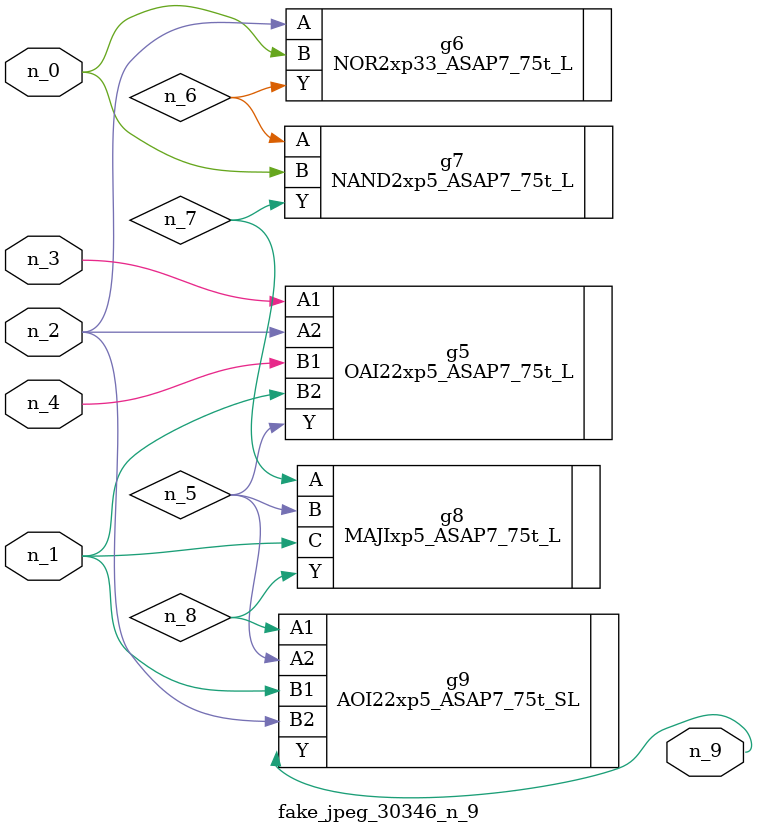
<source format=v>
module fake_jpeg_30346_n_9 (n_3, n_2, n_1, n_0, n_4, n_9);

input n_3;
input n_2;
input n_1;
input n_0;
input n_4;

output n_9;

wire n_8;
wire n_6;
wire n_5;
wire n_7;

OAI22xp5_ASAP7_75t_L g5 ( 
.A1(n_3),
.A2(n_2),
.B1(n_4),
.B2(n_1),
.Y(n_5)
);

NOR2xp33_ASAP7_75t_L g6 ( 
.A(n_2),
.B(n_0),
.Y(n_6)
);

NAND2xp5_ASAP7_75t_L g7 ( 
.A(n_6),
.B(n_0),
.Y(n_7)
);

MAJIxp5_ASAP7_75t_L g8 ( 
.A(n_7),
.B(n_5),
.C(n_1),
.Y(n_8)
);

AOI22xp5_ASAP7_75t_SL g9 ( 
.A1(n_8),
.A2(n_5),
.B1(n_1),
.B2(n_2),
.Y(n_9)
);


endmodule
</source>
